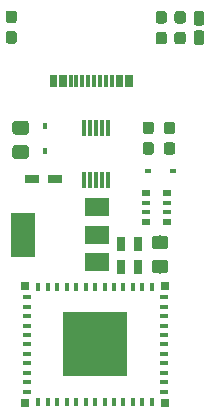
<source format=gbr>
G04 #@! TF.GenerationSoftware,KiCad,Pcbnew,(5.0.0)*
G04 #@! TF.CreationDate,2021-02-11T08:25:18+00:00*
G04 #@! TF.ProjectId,ESP-V,4553502D562E6B696361645F70636200,rev?*
G04 #@! TF.SameCoordinates,Original*
G04 #@! TF.FileFunction,Paste,Top*
G04 #@! TF.FilePolarity,Positive*
%FSLAX46Y46*%
G04 Gerber Fmt 4.6, Leading zero omitted, Abs format (unit mm)*
G04 Created by KiCad (PCBNEW (5.0.0)) date 02/11/21 08:25:18*
%MOMM*%
%LPD*%
G01*
G04 APERTURE LIST*
%ADD10R,0.300000X1.400000*%
%ADD11R,0.300000X1.140000*%
%ADD12R,0.450000X0.600000*%
%ADD13C,0.100000*%
%ADD14C,1.150000*%
%ADD15C,0.850000*%
%ADD16C,0.950000*%
%ADD17R,1.200000X0.750000*%
%ADD18R,0.750000X1.200000*%
%ADD19R,0.600000X0.450000*%
%ADD20R,0.800000X0.500000*%
%ADD21R,0.800000X0.400000*%
%ADD22R,2.000000X3.800000*%
%ADD23R,2.000000X1.500000*%
%ADD24R,0.400000X0.800000*%
%ADD25R,0.700000X0.700000*%
%ADD26R,5.400000X5.400000*%
G04 APERTURE END LIST*
D10*
G04 #@! TO.C,U1*
X103600000Y-91500000D03*
X104100000Y-91500000D03*
X104600000Y-91500000D03*
X105100000Y-91500000D03*
X105600000Y-91500000D03*
X105600000Y-87100000D03*
X105100000Y-87100000D03*
X104600000Y-87100000D03*
X104100000Y-87100000D03*
X103600000Y-87100000D03*
G04 #@! TD*
D11*
G04 #@! TO.C,J1*
X103925000Y-83070000D03*
X104425000Y-83070000D03*
X104925000Y-83070000D03*
X103425000Y-83070000D03*
X105425000Y-83070000D03*
X105925000Y-83070000D03*
X102925000Y-83070000D03*
X102425000Y-83070000D03*
X106675000Y-83070000D03*
X106425000Y-83070000D03*
X107225000Y-83070000D03*
X107525000Y-83070000D03*
X101925000Y-83070000D03*
X101625000Y-83070000D03*
X101125000Y-83070000D03*
X100825000Y-83070000D03*
G04 #@! TD*
D12*
G04 #@! TO.C,D1*
X100300000Y-89000000D03*
X100300000Y-86900000D03*
G04 #@! TD*
D13*
G04 #@! TO.C,L1*
G36*
X98674505Y-88526204D02*
X98698773Y-88529804D01*
X98722572Y-88535765D01*
X98745671Y-88544030D01*
X98767850Y-88554520D01*
X98788893Y-88567132D01*
X98808599Y-88581747D01*
X98826777Y-88598223D01*
X98843253Y-88616401D01*
X98857868Y-88636107D01*
X98870480Y-88657150D01*
X98880970Y-88679329D01*
X98889235Y-88702428D01*
X98895196Y-88726227D01*
X98898796Y-88750495D01*
X98900000Y-88774999D01*
X98900000Y-89425001D01*
X98898796Y-89449505D01*
X98895196Y-89473773D01*
X98889235Y-89497572D01*
X98880970Y-89520671D01*
X98870480Y-89542850D01*
X98857868Y-89563893D01*
X98843253Y-89583599D01*
X98826777Y-89601777D01*
X98808599Y-89618253D01*
X98788893Y-89632868D01*
X98767850Y-89645480D01*
X98745671Y-89655970D01*
X98722572Y-89664235D01*
X98698773Y-89670196D01*
X98674505Y-89673796D01*
X98650001Y-89675000D01*
X97749999Y-89675000D01*
X97725495Y-89673796D01*
X97701227Y-89670196D01*
X97677428Y-89664235D01*
X97654329Y-89655970D01*
X97632150Y-89645480D01*
X97611107Y-89632868D01*
X97591401Y-89618253D01*
X97573223Y-89601777D01*
X97556747Y-89583599D01*
X97542132Y-89563893D01*
X97529520Y-89542850D01*
X97519030Y-89520671D01*
X97510765Y-89497572D01*
X97504804Y-89473773D01*
X97501204Y-89449505D01*
X97500000Y-89425001D01*
X97500000Y-88774999D01*
X97501204Y-88750495D01*
X97504804Y-88726227D01*
X97510765Y-88702428D01*
X97519030Y-88679329D01*
X97529520Y-88657150D01*
X97542132Y-88636107D01*
X97556747Y-88616401D01*
X97573223Y-88598223D01*
X97591401Y-88581747D01*
X97611107Y-88567132D01*
X97632150Y-88554520D01*
X97654329Y-88544030D01*
X97677428Y-88535765D01*
X97701227Y-88529804D01*
X97725495Y-88526204D01*
X97749999Y-88525000D01*
X98650001Y-88525000D01*
X98674505Y-88526204D01*
X98674505Y-88526204D01*
G37*
D14*
X98200000Y-89100000D03*
D13*
G36*
X98674505Y-86476204D02*
X98698773Y-86479804D01*
X98722572Y-86485765D01*
X98745671Y-86494030D01*
X98767850Y-86504520D01*
X98788893Y-86517132D01*
X98808599Y-86531747D01*
X98826777Y-86548223D01*
X98843253Y-86566401D01*
X98857868Y-86586107D01*
X98870480Y-86607150D01*
X98880970Y-86629329D01*
X98889235Y-86652428D01*
X98895196Y-86676227D01*
X98898796Y-86700495D01*
X98900000Y-86724999D01*
X98900000Y-87375001D01*
X98898796Y-87399505D01*
X98895196Y-87423773D01*
X98889235Y-87447572D01*
X98880970Y-87470671D01*
X98870480Y-87492850D01*
X98857868Y-87513893D01*
X98843253Y-87533599D01*
X98826777Y-87551777D01*
X98808599Y-87568253D01*
X98788893Y-87582868D01*
X98767850Y-87595480D01*
X98745671Y-87605970D01*
X98722572Y-87614235D01*
X98698773Y-87620196D01*
X98674505Y-87623796D01*
X98650001Y-87625000D01*
X97749999Y-87625000D01*
X97725495Y-87623796D01*
X97701227Y-87620196D01*
X97677428Y-87614235D01*
X97654329Y-87605970D01*
X97632150Y-87595480D01*
X97611107Y-87582868D01*
X97591401Y-87568253D01*
X97573223Y-87551777D01*
X97556747Y-87533599D01*
X97542132Y-87513893D01*
X97529520Y-87492850D01*
X97519030Y-87470671D01*
X97510765Y-87447572D01*
X97504804Y-87423773D01*
X97501204Y-87399505D01*
X97500000Y-87375001D01*
X97500000Y-86724999D01*
X97501204Y-86700495D01*
X97504804Y-86676227D01*
X97510765Y-86652428D01*
X97519030Y-86629329D01*
X97529520Y-86607150D01*
X97542132Y-86586107D01*
X97556747Y-86566401D01*
X97573223Y-86548223D01*
X97591401Y-86531747D01*
X97611107Y-86517132D01*
X97632150Y-86504520D01*
X97654329Y-86494030D01*
X97677428Y-86485765D01*
X97701227Y-86479804D01*
X97725495Y-86476204D01*
X97749999Y-86475000D01*
X98650001Y-86475000D01*
X98674505Y-86476204D01*
X98674505Y-86476204D01*
G37*
D14*
X98200000Y-87050000D03*
G04 #@! TD*
D13*
G04 #@! TO.C,D2*
G36*
X113533329Y-77176023D02*
X113553957Y-77179083D01*
X113574185Y-77184150D01*
X113593820Y-77191176D01*
X113612672Y-77200092D01*
X113630559Y-77210813D01*
X113647309Y-77223235D01*
X113662760Y-77237240D01*
X113676765Y-77252691D01*
X113689187Y-77269441D01*
X113699908Y-77287328D01*
X113708824Y-77306180D01*
X113715850Y-77325815D01*
X113720917Y-77346043D01*
X113723977Y-77366671D01*
X113725000Y-77387500D01*
X113725000Y-78187500D01*
X113723977Y-78208329D01*
X113720917Y-78228957D01*
X113715850Y-78249185D01*
X113708824Y-78268820D01*
X113699908Y-78287672D01*
X113689187Y-78305559D01*
X113676765Y-78322309D01*
X113662760Y-78337760D01*
X113647309Y-78351765D01*
X113630559Y-78364187D01*
X113612672Y-78374908D01*
X113593820Y-78383824D01*
X113574185Y-78390850D01*
X113553957Y-78395917D01*
X113533329Y-78398977D01*
X113512500Y-78400000D01*
X113087500Y-78400000D01*
X113066671Y-78398977D01*
X113046043Y-78395917D01*
X113025815Y-78390850D01*
X113006180Y-78383824D01*
X112987328Y-78374908D01*
X112969441Y-78364187D01*
X112952691Y-78351765D01*
X112937240Y-78337760D01*
X112923235Y-78322309D01*
X112910813Y-78305559D01*
X112900092Y-78287672D01*
X112891176Y-78268820D01*
X112884150Y-78249185D01*
X112879083Y-78228957D01*
X112876023Y-78208329D01*
X112875000Y-78187500D01*
X112875000Y-77387500D01*
X112876023Y-77366671D01*
X112879083Y-77346043D01*
X112884150Y-77325815D01*
X112891176Y-77306180D01*
X112900092Y-77287328D01*
X112910813Y-77269441D01*
X112923235Y-77252691D01*
X112937240Y-77237240D01*
X112952691Y-77223235D01*
X112969441Y-77210813D01*
X112987328Y-77200092D01*
X113006180Y-77191176D01*
X113025815Y-77184150D01*
X113046043Y-77179083D01*
X113066671Y-77176023D01*
X113087500Y-77175000D01*
X113512500Y-77175000D01*
X113533329Y-77176023D01*
X113533329Y-77176023D01*
G37*
D15*
X113300000Y-77787500D03*
D13*
G36*
X113533329Y-78801023D02*
X113553957Y-78804083D01*
X113574185Y-78809150D01*
X113593820Y-78816176D01*
X113612672Y-78825092D01*
X113630559Y-78835813D01*
X113647309Y-78848235D01*
X113662760Y-78862240D01*
X113676765Y-78877691D01*
X113689187Y-78894441D01*
X113699908Y-78912328D01*
X113708824Y-78931180D01*
X113715850Y-78950815D01*
X113720917Y-78971043D01*
X113723977Y-78991671D01*
X113725000Y-79012500D01*
X113725000Y-79812500D01*
X113723977Y-79833329D01*
X113720917Y-79853957D01*
X113715850Y-79874185D01*
X113708824Y-79893820D01*
X113699908Y-79912672D01*
X113689187Y-79930559D01*
X113676765Y-79947309D01*
X113662760Y-79962760D01*
X113647309Y-79976765D01*
X113630559Y-79989187D01*
X113612672Y-79999908D01*
X113593820Y-80008824D01*
X113574185Y-80015850D01*
X113553957Y-80020917D01*
X113533329Y-80023977D01*
X113512500Y-80025000D01*
X113087500Y-80025000D01*
X113066671Y-80023977D01*
X113046043Y-80020917D01*
X113025815Y-80015850D01*
X113006180Y-80008824D01*
X112987328Y-79999908D01*
X112969441Y-79989187D01*
X112952691Y-79976765D01*
X112937240Y-79962760D01*
X112923235Y-79947309D01*
X112910813Y-79930559D01*
X112900092Y-79912672D01*
X112891176Y-79893820D01*
X112884150Y-79874185D01*
X112879083Y-79853957D01*
X112876023Y-79833329D01*
X112875000Y-79812500D01*
X112875000Y-79012500D01*
X112876023Y-78991671D01*
X112879083Y-78971043D01*
X112884150Y-78950815D01*
X112891176Y-78931180D01*
X112900092Y-78912328D01*
X112910813Y-78894441D01*
X112923235Y-78877691D01*
X112937240Y-78862240D01*
X112952691Y-78848235D01*
X112969441Y-78835813D01*
X112987328Y-78825092D01*
X113006180Y-78816176D01*
X113025815Y-78809150D01*
X113046043Y-78804083D01*
X113066671Y-78801023D01*
X113087500Y-78800000D01*
X113512500Y-78800000D01*
X113533329Y-78801023D01*
X113533329Y-78801023D01*
G37*
D15*
X113300000Y-79412500D03*
G04 #@! TD*
D13*
G04 #@! TO.C,C26*
G36*
X111060779Y-88276144D02*
X111083834Y-88279563D01*
X111106443Y-88285227D01*
X111128387Y-88293079D01*
X111149457Y-88303044D01*
X111169448Y-88315026D01*
X111188168Y-88328910D01*
X111205438Y-88344562D01*
X111221090Y-88361832D01*
X111234974Y-88380552D01*
X111246956Y-88400543D01*
X111256921Y-88421613D01*
X111264773Y-88443557D01*
X111270437Y-88466166D01*
X111273856Y-88489221D01*
X111275000Y-88512500D01*
X111275000Y-89087500D01*
X111273856Y-89110779D01*
X111270437Y-89133834D01*
X111264773Y-89156443D01*
X111256921Y-89178387D01*
X111246956Y-89199457D01*
X111234974Y-89219448D01*
X111221090Y-89238168D01*
X111205438Y-89255438D01*
X111188168Y-89271090D01*
X111169448Y-89284974D01*
X111149457Y-89296956D01*
X111128387Y-89306921D01*
X111106443Y-89314773D01*
X111083834Y-89320437D01*
X111060779Y-89323856D01*
X111037500Y-89325000D01*
X110562500Y-89325000D01*
X110539221Y-89323856D01*
X110516166Y-89320437D01*
X110493557Y-89314773D01*
X110471613Y-89306921D01*
X110450543Y-89296956D01*
X110430552Y-89284974D01*
X110411832Y-89271090D01*
X110394562Y-89255438D01*
X110378910Y-89238168D01*
X110365026Y-89219448D01*
X110353044Y-89199457D01*
X110343079Y-89178387D01*
X110335227Y-89156443D01*
X110329563Y-89133834D01*
X110326144Y-89110779D01*
X110325000Y-89087500D01*
X110325000Y-88512500D01*
X110326144Y-88489221D01*
X110329563Y-88466166D01*
X110335227Y-88443557D01*
X110343079Y-88421613D01*
X110353044Y-88400543D01*
X110365026Y-88380552D01*
X110378910Y-88361832D01*
X110394562Y-88344562D01*
X110411832Y-88328910D01*
X110430552Y-88315026D01*
X110450543Y-88303044D01*
X110471613Y-88293079D01*
X110493557Y-88285227D01*
X110516166Y-88279563D01*
X110539221Y-88276144D01*
X110562500Y-88275000D01*
X111037500Y-88275000D01*
X111060779Y-88276144D01*
X111060779Y-88276144D01*
G37*
D16*
X110800000Y-88800000D03*
D13*
G36*
X111060779Y-86526144D02*
X111083834Y-86529563D01*
X111106443Y-86535227D01*
X111128387Y-86543079D01*
X111149457Y-86553044D01*
X111169448Y-86565026D01*
X111188168Y-86578910D01*
X111205438Y-86594562D01*
X111221090Y-86611832D01*
X111234974Y-86630552D01*
X111246956Y-86650543D01*
X111256921Y-86671613D01*
X111264773Y-86693557D01*
X111270437Y-86716166D01*
X111273856Y-86739221D01*
X111275000Y-86762500D01*
X111275000Y-87337500D01*
X111273856Y-87360779D01*
X111270437Y-87383834D01*
X111264773Y-87406443D01*
X111256921Y-87428387D01*
X111246956Y-87449457D01*
X111234974Y-87469448D01*
X111221090Y-87488168D01*
X111205438Y-87505438D01*
X111188168Y-87521090D01*
X111169448Y-87534974D01*
X111149457Y-87546956D01*
X111128387Y-87556921D01*
X111106443Y-87564773D01*
X111083834Y-87570437D01*
X111060779Y-87573856D01*
X111037500Y-87575000D01*
X110562500Y-87575000D01*
X110539221Y-87573856D01*
X110516166Y-87570437D01*
X110493557Y-87564773D01*
X110471613Y-87556921D01*
X110450543Y-87546956D01*
X110430552Y-87534974D01*
X110411832Y-87521090D01*
X110394562Y-87505438D01*
X110378910Y-87488168D01*
X110365026Y-87469448D01*
X110353044Y-87449457D01*
X110343079Y-87428387D01*
X110335227Y-87406443D01*
X110329563Y-87383834D01*
X110326144Y-87360779D01*
X110325000Y-87337500D01*
X110325000Y-86762500D01*
X110326144Y-86739221D01*
X110329563Y-86716166D01*
X110335227Y-86693557D01*
X110343079Y-86671613D01*
X110353044Y-86650543D01*
X110365026Y-86630552D01*
X110378910Y-86611832D01*
X110394562Y-86594562D01*
X110411832Y-86578910D01*
X110430552Y-86565026D01*
X110450543Y-86553044D01*
X110471613Y-86543079D01*
X110493557Y-86535227D01*
X110516166Y-86529563D01*
X110539221Y-86526144D01*
X110562500Y-86525000D01*
X111037500Y-86525000D01*
X111060779Y-86526144D01*
X111060779Y-86526144D01*
G37*
D16*
X110800000Y-87050000D03*
G04 #@! TD*
D13*
G04 #@! TO.C,C25*
G36*
X109260779Y-86526144D02*
X109283834Y-86529563D01*
X109306443Y-86535227D01*
X109328387Y-86543079D01*
X109349457Y-86553044D01*
X109369448Y-86565026D01*
X109388168Y-86578910D01*
X109405438Y-86594562D01*
X109421090Y-86611832D01*
X109434974Y-86630552D01*
X109446956Y-86650543D01*
X109456921Y-86671613D01*
X109464773Y-86693557D01*
X109470437Y-86716166D01*
X109473856Y-86739221D01*
X109475000Y-86762500D01*
X109475000Y-87337500D01*
X109473856Y-87360779D01*
X109470437Y-87383834D01*
X109464773Y-87406443D01*
X109456921Y-87428387D01*
X109446956Y-87449457D01*
X109434974Y-87469448D01*
X109421090Y-87488168D01*
X109405438Y-87505438D01*
X109388168Y-87521090D01*
X109369448Y-87534974D01*
X109349457Y-87546956D01*
X109328387Y-87556921D01*
X109306443Y-87564773D01*
X109283834Y-87570437D01*
X109260779Y-87573856D01*
X109237500Y-87575000D01*
X108762500Y-87575000D01*
X108739221Y-87573856D01*
X108716166Y-87570437D01*
X108693557Y-87564773D01*
X108671613Y-87556921D01*
X108650543Y-87546956D01*
X108630552Y-87534974D01*
X108611832Y-87521090D01*
X108594562Y-87505438D01*
X108578910Y-87488168D01*
X108565026Y-87469448D01*
X108553044Y-87449457D01*
X108543079Y-87428387D01*
X108535227Y-87406443D01*
X108529563Y-87383834D01*
X108526144Y-87360779D01*
X108525000Y-87337500D01*
X108525000Y-86762500D01*
X108526144Y-86739221D01*
X108529563Y-86716166D01*
X108535227Y-86693557D01*
X108543079Y-86671613D01*
X108553044Y-86650543D01*
X108565026Y-86630552D01*
X108578910Y-86611832D01*
X108594562Y-86594562D01*
X108611832Y-86578910D01*
X108630552Y-86565026D01*
X108650543Y-86553044D01*
X108671613Y-86543079D01*
X108693557Y-86535227D01*
X108716166Y-86529563D01*
X108739221Y-86526144D01*
X108762500Y-86525000D01*
X109237500Y-86525000D01*
X109260779Y-86526144D01*
X109260779Y-86526144D01*
G37*
D16*
X109000000Y-87050000D03*
D13*
G36*
X109260779Y-88276144D02*
X109283834Y-88279563D01*
X109306443Y-88285227D01*
X109328387Y-88293079D01*
X109349457Y-88303044D01*
X109369448Y-88315026D01*
X109388168Y-88328910D01*
X109405438Y-88344562D01*
X109421090Y-88361832D01*
X109434974Y-88380552D01*
X109446956Y-88400543D01*
X109456921Y-88421613D01*
X109464773Y-88443557D01*
X109470437Y-88466166D01*
X109473856Y-88489221D01*
X109475000Y-88512500D01*
X109475000Y-89087500D01*
X109473856Y-89110779D01*
X109470437Y-89133834D01*
X109464773Y-89156443D01*
X109456921Y-89178387D01*
X109446956Y-89199457D01*
X109434974Y-89219448D01*
X109421090Y-89238168D01*
X109405438Y-89255438D01*
X109388168Y-89271090D01*
X109369448Y-89284974D01*
X109349457Y-89296956D01*
X109328387Y-89306921D01*
X109306443Y-89314773D01*
X109283834Y-89320437D01*
X109260779Y-89323856D01*
X109237500Y-89325000D01*
X108762500Y-89325000D01*
X108739221Y-89323856D01*
X108716166Y-89320437D01*
X108693557Y-89314773D01*
X108671613Y-89306921D01*
X108650543Y-89296956D01*
X108630552Y-89284974D01*
X108611832Y-89271090D01*
X108594562Y-89255438D01*
X108578910Y-89238168D01*
X108565026Y-89219448D01*
X108553044Y-89199457D01*
X108543079Y-89178387D01*
X108535227Y-89156443D01*
X108529563Y-89133834D01*
X108526144Y-89110779D01*
X108525000Y-89087500D01*
X108525000Y-88512500D01*
X108526144Y-88489221D01*
X108529563Y-88466166D01*
X108535227Y-88443557D01*
X108543079Y-88421613D01*
X108553044Y-88400543D01*
X108565026Y-88380552D01*
X108578910Y-88361832D01*
X108594562Y-88344562D01*
X108611832Y-88328910D01*
X108630552Y-88315026D01*
X108650543Y-88303044D01*
X108671613Y-88293079D01*
X108693557Y-88285227D01*
X108716166Y-88279563D01*
X108739221Y-88276144D01*
X108762500Y-88275000D01*
X109237500Y-88275000D01*
X109260779Y-88276144D01*
X109260779Y-88276144D01*
G37*
D16*
X109000000Y-88800000D03*
G04 #@! TD*
D17*
G04 #@! TO.C,C4*
X99200000Y-91400000D03*
X101100000Y-91400000D03*
G04 #@! TD*
D18*
G04 #@! TO.C,C7*
X108100000Y-96900000D03*
X108100000Y-98800000D03*
G04 #@! TD*
G04 #@! TO.C,C23*
X106700000Y-96900000D03*
X106700000Y-98800000D03*
G04 #@! TD*
D19*
G04 #@! TO.C,D4*
X111100000Y-90700000D03*
X109000000Y-90700000D03*
G04 #@! TD*
D13*
G04 #@! TO.C,R1*
G36*
X97660779Y-78876144D02*
X97683834Y-78879563D01*
X97706443Y-78885227D01*
X97728387Y-78893079D01*
X97749457Y-78903044D01*
X97769448Y-78915026D01*
X97788168Y-78928910D01*
X97805438Y-78944562D01*
X97821090Y-78961832D01*
X97834974Y-78980552D01*
X97846956Y-79000543D01*
X97856921Y-79021613D01*
X97864773Y-79043557D01*
X97870437Y-79066166D01*
X97873856Y-79089221D01*
X97875000Y-79112500D01*
X97875000Y-79687500D01*
X97873856Y-79710779D01*
X97870437Y-79733834D01*
X97864773Y-79756443D01*
X97856921Y-79778387D01*
X97846956Y-79799457D01*
X97834974Y-79819448D01*
X97821090Y-79838168D01*
X97805438Y-79855438D01*
X97788168Y-79871090D01*
X97769448Y-79884974D01*
X97749457Y-79896956D01*
X97728387Y-79906921D01*
X97706443Y-79914773D01*
X97683834Y-79920437D01*
X97660779Y-79923856D01*
X97637500Y-79925000D01*
X97162500Y-79925000D01*
X97139221Y-79923856D01*
X97116166Y-79920437D01*
X97093557Y-79914773D01*
X97071613Y-79906921D01*
X97050543Y-79896956D01*
X97030552Y-79884974D01*
X97011832Y-79871090D01*
X96994562Y-79855438D01*
X96978910Y-79838168D01*
X96965026Y-79819448D01*
X96953044Y-79799457D01*
X96943079Y-79778387D01*
X96935227Y-79756443D01*
X96929563Y-79733834D01*
X96926144Y-79710779D01*
X96925000Y-79687500D01*
X96925000Y-79112500D01*
X96926144Y-79089221D01*
X96929563Y-79066166D01*
X96935227Y-79043557D01*
X96943079Y-79021613D01*
X96953044Y-79000543D01*
X96965026Y-78980552D01*
X96978910Y-78961832D01*
X96994562Y-78944562D01*
X97011832Y-78928910D01*
X97030552Y-78915026D01*
X97050543Y-78903044D01*
X97071613Y-78893079D01*
X97093557Y-78885227D01*
X97116166Y-78879563D01*
X97139221Y-78876144D01*
X97162500Y-78875000D01*
X97637500Y-78875000D01*
X97660779Y-78876144D01*
X97660779Y-78876144D01*
G37*
D16*
X97400000Y-79400000D03*
D13*
G36*
X97660779Y-77126144D02*
X97683834Y-77129563D01*
X97706443Y-77135227D01*
X97728387Y-77143079D01*
X97749457Y-77153044D01*
X97769448Y-77165026D01*
X97788168Y-77178910D01*
X97805438Y-77194562D01*
X97821090Y-77211832D01*
X97834974Y-77230552D01*
X97846956Y-77250543D01*
X97856921Y-77271613D01*
X97864773Y-77293557D01*
X97870437Y-77316166D01*
X97873856Y-77339221D01*
X97875000Y-77362500D01*
X97875000Y-77937500D01*
X97873856Y-77960779D01*
X97870437Y-77983834D01*
X97864773Y-78006443D01*
X97856921Y-78028387D01*
X97846956Y-78049457D01*
X97834974Y-78069448D01*
X97821090Y-78088168D01*
X97805438Y-78105438D01*
X97788168Y-78121090D01*
X97769448Y-78134974D01*
X97749457Y-78146956D01*
X97728387Y-78156921D01*
X97706443Y-78164773D01*
X97683834Y-78170437D01*
X97660779Y-78173856D01*
X97637500Y-78175000D01*
X97162500Y-78175000D01*
X97139221Y-78173856D01*
X97116166Y-78170437D01*
X97093557Y-78164773D01*
X97071613Y-78156921D01*
X97050543Y-78146956D01*
X97030552Y-78134974D01*
X97011832Y-78121090D01*
X96994562Y-78105438D01*
X96978910Y-78088168D01*
X96965026Y-78069448D01*
X96953044Y-78049457D01*
X96943079Y-78028387D01*
X96935227Y-78006443D01*
X96929563Y-77983834D01*
X96926144Y-77960779D01*
X96925000Y-77937500D01*
X96925000Y-77362500D01*
X96926144Y-77339221D01*
X96929563Y-77316166D01*
X96935227Y-77293557D01*
X96943079Y-77271613D01*
X96953044Y-77250543D01*
X96965026Y-77230552D01*
X96978910Y-77211832D01*
X96994562Y-77194562D01*
X97011832Y-77178910D01*
X97030552Y-77165026D01*
X97050543Y-77153044D01*
X97071613Y-77143079D01*
X97093557Y-77135227D01*
X97116166Y-77129563D01*
X97139221Y-77126144D01*
X97162500Y-77125000D01*
X97637500Y-77125000D01*
X97660779Y-77126144D01*
X97660779Y-77126144D01*
G37*
D16*
X97400000Y-77650000D03*
G04 #@! TD*
D13*
G04 #@! TO.C,R2*
G36*
X110360779Y-77176144D02*
X110383834Y-77179563D01*
X110406443Y-77185227D01*
X110428387Y-77193079D01*
X110449457Y-77203044D01*
X110469448Y-77215026D01*
X110488168Y-77228910D01*
X110505438Y-77244562D01*
X110521090Y-77261832D01*
X110534974Y-77280552D01*
X110546956Y-77300543D01*
X110556921Y-77321613D01*
X110564773Y-77343557D01*
X110570437Y-77366166D01*
X110573856Y-77389221D01*
X110575000Y-77412500D01*
X110575000Y-77987500D01*
X110573856Y-78010779D01*
X110570437Y-78033834D01*
X110564773Y-78056443D01*
X110556921Y-78078387D01*
X110546956Y-78099457D01*
X110534974Y-78119448D01*
X110521090Y-78138168D01*
X110505438Y-78155438D01*
X110488168Y-78171090D01*
X110469448Y-78184974D01*
X110449457Y-78196956D01*
X110428387Y-78206921D01*
X110406443Y-78214773D01*
X110383834Y-78220437D01*
X110360779Y-78223856D01*
X110337500Y-78225000D01*
X109862500Y-78225000D01*
X109839221Y-78223856D01*
X109816166Y-78220437D01*
X109793557Y-78214773D01*
X109771613Y-78206921D01*
X109750543Y-78196956D01*
X109730552Y-78184974D01*
X109711832Y-78171090D01*
X109694562Y-78155438D01*
X109678910Y-78138168D01*
X109665026Y-78119448D01*
X109653044Y-78099457D01*
X109643079Y-78078387D01*
X109635227Y-78056443D01*
X109629563Y-78033834D01*
X109626144Y-78010779D01*
X109625000Y-77987500D01*
X109625000Y-77412500D01*
X109626144Y-77389221D01*
X109629563Y-77366166D01*
X109635227Y-77343557D01*
X109643079Y-77321613D01*
X109653044Y-77300543D01*
X109665026Y-77280552D01*
X109678910Y-77261832D01*
X109694562Y-77244562D01*
X109711832Y-77228910D01*
X109730552Y-77215026D01*
X109750543Y-77203044D01*
X109771613Y-77193079D01*
X109793557Y-77185227D01*
X109816166Y-77179563D01*
X109839221Y-77176144D01*
X109862500Y-77175000D01*
X110337500Y-77175000D01*
X110360779Y-77176144D01*
X110360779Y-77176144D01*
G37*
D16*
X110100000Y-77700000D03*
D13*
G36*
X110360779Y-78926144D02*
X110383834Y-78929563D01*
X110406443Y-78935227D01*
X110428387Y-78943079D01*
X110449457Y-78953044D01*
X110469448Y-78965026D01*
X110488168Y-78978910D01*
X110505438Y-78994562D01*
X110521090Y-79011832D01*
X110534974Y-79030552D01*
X110546956Y-79050543D01*
X110556921Y-79071613D01*
X110564773Y-79093557D01*
X110570437Y-79116166D01*
X110573856Y-79139221D01*
X110575000Y-79162500D01*
X110575000Y-79737500D01*
X110573856Y-79760779D01*
X110570437Y-79783834D01*
X110564773Y-79806443D01*
X110556921Y-79828387D01*
X110546956Y-79849457D01*
X110534974Y-79869448D01*
X110521090Y-79888168D01*
X110505438Y-79905438D01*
X110488168Y-79921090D01*
X110469448Y-79934974D01*
X110449457Y-79946956D01*
X110428387Y-79956921D01*
X110406443Y-79964773D01*
X110383834Y-79970437D01*
X110360779Y-79973856D01*
X110337500Y-79975000D01*
X109862500Y-79975000D01*
X109839221Y-79973856D01*
X109816166Y-79970437D01*
X109793557Y-79964773D01*
X109771613Y-79956921D01*
X109750543Y-79946956D01*
X109730552Y-79934974D01*
X109711832Y-79921090D01*
X109694562Y-79905438D01*
X109678910Y-79888168D01*
X109665026Y-79869448D01*
X109653044Y-79849457D01*
X109643079Y-79828387D01*
X109635227Y-79806443D01*
X109629563Y-79783834D01*
X109626144Y-79760779D01*
X109625000Y-79737500D01*
X109625000Y-79162500D01*
X109626144Y-79139221D01*
X109629563Y-79116166D01*
X109635227Y-79093557D01*
X109643079Y-79071613D01*
X109653044Y-79050543D01*
X109665026Y-79030552D01*
X109678910Y-79011832D01*
X109694562Y-78994562D01*
X109711832Y-78978910D01*
X109730552Y-78965026D01*
X109750543Y-78953044D01*
X109771613Y-78943079D01*
X109793557Y-78935227D01*
X109816166Y-78929563D01*
X109839221Y-78926144D01*
X109862500Y-78925000D01*
X110337500Y-78925000D01*
X110360779Y-78926144D01*
X110360779Y-78926144D01*
G37*
D16*
X110100000Y-79450000D03*
G04 #@! TD*
D20*
G04 #@! TO.C,RN1*
X108800000Y-92600000D03*
D21*
X108800000Y-94200000D03*
X108800000Y-93400000D03*
D20*
X108800000Y-95000000D03*
D21*
X110600000Y-93400000D03*
D20*
X110600000Y-92600000D03*
D21*
X110600000Y-94200000D03*
D20*
X110600000Y-95000000D03*
G04 #@! TD*
D13*
G04 #@! TO.C,C20*
G36*
X110474505Y-96176204D02*
X110498773Y-96179804D01*
X110522572Y-96185765D01*
X110545671Y-96194030D01*
X110567850Y-96204520D01*
X110588893Y-96217132D01*
X110608599Y-96231747D01*
X110626777Y-96248223D01*
X110643253Y-96266401D01*
X110657868Y-96286107D01*
X110670480Y-96307150D01*
X110680970Y-96329329D01*
X110689235Y-96352428D01*
X110695196Y-96376227D01*
X110698796Y-96400495D01*
X110700000Y-96424999D01*
X110700000Y-97075001D01*
X110698796Y-97099505D01*
X110695196Y-97123773D01*
X110689235Y-97147572D01*
X110680970Y-97170671D01*
X110670480Y-97192850D01*
X110657868Y-97213893D01*
X110643253Y-97233599D01*
X110626777Y-97251777D01*
X110608599Y-97268253D01*
X110588893Y-97282868D01*
X110567850Y-97295480D01*
X110545671Y-97305970D01*
X110522572Y-97314235D01*
X110498773Y-97320196D01*
X110474505Y-97323796D01*
X110450001Y-97325000D01*
X109549999Y-97325000D01*
X109525495Y-97323796D01*
X109501227Y-97320196D01*
X109477428Y-97314235D01*
X109454329Y-97305970D01*
X109432150Y-97295480D01*
X109411107Y-97282868D01*
X109391401Y-97268253D01*
X109373223Y-97251777D01*
X109356747Y-97233599D01*
X109342132Y-97213893D01*
X109329520Y-97192850D01*
X109319030Y-97170671D01*
X109310765Y-97147572D01*
X109304804Y-97123773D01*
X109301204Y-97099505D01*
X109300000Y-97075001D01*
X109300000Y-96424999D01*
X109301204Y-96400495D01*
X109304804Y-96376227D01*
X109310765Y-96352428D01*
X109319030Y-96329329D01*
X109329520Y-96307150D01*
X109342132Y-96286107D01*
X109356747Y-96266401D01*
X109373223Y-96248223D01*
X109391401Y-96231747D01*
X109411107Y-96217132D01*
X109432150Y-96204520D01*
X109454329Y-96194030D01*
X109477428Y-96185765D01*
X109501227Y-96179804D01*
X109525495Y-96176204D01*
X109549999Y-96175000D01*
X110450001Y-96175000D01*
X110474505Y-96176204D01*
X110474505Y-96176204D01*
G37*
D14*
X110000000Y-96750000D03*
D13*
G36*
X110474505Y-98226204D02*
X110498773Y-98229804D01*
X110522572Y-98235765D01*
X110545671Y-98244030D01*
X110567850Y-98254520D01*
X110588893Y-98267132D01*
X110608599Y-98281747D01*
X110626777Y-98298223D01*
X110643253Y-98316401D01*
X110657868Y-98336107D01*
X110670480Y-98357150D01*
X110680970Y-98379329D01*
X110689235Y-98402428D01*
X110695196Y-98426227D01*
X110698796Y-98450495D01*
X110700000Y-98474999D01*
X110700000Y-99125001D01*
X110698796Y-99149505D01*
X110695196Y-99173773D01*
X110689235Y-99197572D01*
X110680970Y-99220671D01*
X110670480Y-99242850D01*
X110657868Y-99263893D01*
X110643253Y-99283599D01*
X110626777Y-99301777D01*
X110608599Y-99318253D01*
X110588893Y-99332868D01*
X110567850Y-99345480D01*
X110545671Y-99355970D01*
X110522572Y-99364235D01*
X110498773Y-99370196D01*
X110474505Y-99373796D01*
X110450001Y-99375000D01*
X109549999Y-99375000D01*
X109525495Y-99373796D01*
X109501227Y-99370196D01*
X109477428Y-99364235D01*
X109454329Y-99355970D01*
X109432150Y-99345480D01*
X109411107Y-99332868D01*
X109391401Y-99318253D01*
X109373223Y-99301777D01*
X109356747Y-99283599D01*
X109342132Y-99263893D01*
X109329520Y-99242850D01*
X109319030Y-99220671D01*
X109310765Y-99197572D01*
X109304804Y-99173773D01*
X109301204Y-99149505D01*
X109300000Y-99125001D01*
X109300000Y-98474999D01*
X109301204Y-98450495D01*
X109304804Y-98426227D01*
X109310765Y-98402428D01*
X109319030Y-98379329D01*
X109329520Y-98357150D01*
X109342132Y-98336107D01*
X109356747Y-98316401D01*
X109373223Y-98298223D01*
X109391401Y-98281747D01*
X109411107Y-98267132D01*
X109432150Y-98254520D01*
X109454329Y-98244030D01*
X109477428Y-98235765D01*
X109501227Y-98229804D01*
X109525495Y-98226204D01*
X109549999Y-98225000D01*
X110450001Y-98225000D01*
X110474505Y-98226204D01*
X110474505Y-98226204D01*
G37*
D14*
X110000000Y-98800000D03*
G04 #@! TD*
D13*
G04 #@! TO.C,R3*
G36*
X111960779Y-78926144D02*
X111983834Y-78929563D01*
X112006443Y-78935227D01*
X112028387Y-78943079D01*
X112049457Y-78953044D01*
X112069448Y-78965026D01*
X112088168Y-78978910D01*
X112105438Y-78994562D01*
X112121090Y-79011832D01*
X112134974Y-79030552D01*
X112146956Y-79050543D01*
X112156921Y-79071613D01*
X112164773Y-79093557D01*
X112170437Y-79116166D01*
X112173856Y-79139221D01*
X112175000Y-79162500D01*
X112175000Y-79737500D01*
X112173856Y-79760779D01*
X112170437Y-79783834D01*
X112164773Y-79806443D01*
X112156921Y-79828387D01*
X112146956Y-79849457D01*
X112134974Y-79869448D01*
X112121090Y-79888168D01*
X112105438Y-79905438D01*
X112088168Y-79921090D01*
X112069448Y-79934974D01*
X112049457Y-79946956D01*
X112028387Y-79956921D01*
X112006443Y-79964773D01*
X111983834Y-79970437D01*
X111960779Y-79973856D01*
X111937500Y-79975000D01*
X111462500Y-79975000D01*
X111439221Y-79973856D01*
X111416166Y-79970437D01*
X111393557Y-79964773D01*
X111371613Y-79956921D01*
X111350543Y-79946956D01*
X111330552Y-79934974D01*
X111311832Y-79921090D01*
X111294562Y-79905438D01*
X111278910Y-79888168D01*
X111265026Y-79869448D01*
X111253044Y-79849457D01*
X111243079Y-79828387D01*
X111235227Y-79806443D01*
X111229563Y-79783834D01*
X111226144Y-79760779D01*
X111225000Y-79737500D01*
X111225000Y-79162500D01*
X111226144Y-79139221D01*
X111229563Y-79116166D01*
X111235227Y-79093557D01*
X111243079Y-79071613D01*
X111253044Y-79050543D01*
X111265026Y-79030552D01*
X111278910Y-79011832D01*
X111294562Y-78994562D01*
X111311832Y-78978910D01*
X111330552Y-78965026D01*
X111350543Y-78953044D01*
X111371613Y-78943079D01*
X111393557Y-78935227D01*
X111416166Y-78929563D01*
X111439221Y-78926144D01*
X111462500Y-78925000D01*
X111937500Y-78925000D01*
X111960779Y-78926144D01*
X111960779Y-78926144D01*
G37*
D16*
X111700000Y-79450000D03*
D13*
G36*
X111960779Y-77176144D02*
X111983834Y-77179563D01*
X112006443Y-77185227D01*
X112028387Y-77193079D01*
X112049457Y-77203044D01*
X112069448Y-77215026D01*
X112088168Y-77228910D01*
X112105438Y-77244562D01*
X112121090Y-77261832D01*
X112134974Y-77280552D01*
X112146956Y-77300543D01*
X112156921Y-77321613D01*
X112164773Y-77343557D01*
X112170437Y-77366166D01*
X112173856Y-77389221D01*
X112175000Y-77412500D01*
X112175000Y-77987500D01*
X112173856Y-78010779D01*
X112170437Y-78033834D01*
X112164773Y-78056443D01*
X112156921Y-78078387D01*
X112146956Y-78099457D01*
X112134974Y-78119448D01*
X112121090Y-78138168D01*
X112105438Y-78155438D01*
X112088168Y-78171090D01*
X112069448Y-78184974D01*
X112049457Y-78196956D01*
X112028387Y-78206921D01*
X112006443Y-78214773D01*
X111983834Y-78220437D01*
X111960779Y-78223856D01*
X111937500Y-78225000D01*
X111462500Y-78225000D01*
X111439221Y-78223856D01*
X111416166Y-78220437D01*
X111393557Y-78214773D01*
X111371613Y-78206921D01*
X111350543Y-78196956D01*
X111330552Y-78184974D01*
X111311832Y-78171090D01*
X111294562Y-78155438D01*
X111278910Y-78138168D01*
X111265026Y-78119448D01*
X111253044Y-78099457D01*
X111243079Y-78078387D01*
X111235227Y-78056443D01*
X111229563Y-78033834D01*
X111226144Y-78010779D01*
X111225000Y-77987500D01*
X111225000Y-77412500D01*
X111226144Y-77389221D01*
X111229563Y-77366166D01*
X111235227Y-77343557D01*
X111243079Y-77321613D01*
X111253044Y-77300543D01*
X111265026Y-77280552D01*
X111278910Y-77261832D01*
X111294562Y-77244562D01*
X111311832Y-77228910D01*
X111330552Y-77215026D01*
X111350543Y-77203044D01*
X111371613Y-77193079D01*
X111393557Y-77185227D01*
X111416166Y-77179563D01*
X111439221Y-77176144D01*
X111462500Y-77175000D01*
X111937500Y-77175000D01*
X111960779Y-77176144D01*
X111960779Y-77176144D01*
G37*
D16*
X111700000Y-77700000D03*
G04 #@! TD*
D22*
G04 #@! TO.C,U2*
X98400000Y-96100000D03*
D23*
X104700000Y-96100000D03*
X104700000Y-93800000D03*
X104700000Y-98400000D03*
G04 #@! TD*
D24*
G04 #@! TO.C,U3*
X104500000Y-110300000D03*
X105300000Y-110300000D03*
X106100000Y-110300000D03*
X106900000Y-110300000D03*
X107700000Y-110300000D03*
X108500000Y-110300000D03*
X109300000Y-110300000D03*
X103700000Y-110300000D03*
X102900000Y-110300000D03*
X102100000Y-110300000D03*
X101300000Y-110300000D03*
X100500000Y-110300000D03*
X99700000Y-110300000D03*
D25*
X98600000Y-110350000D03*
X110400000Y-110350000D03*
X98600000Y-100450000D03*
X110400000Y-100450000D03*
D21*
X110300000Y-103800000D03*
X110300000Y-103000000D03*
X110300000Y-106200000D03*
X110300000Y-107000000D03*
X110300000Y-107800000D03*
X110300000Y-108600000D03*
X110300000Y-109400000D03*
X110300000Y-105400000D03*
X110300000Y-104600000D03*
D24*
X106900000Y-100500000D03*
X107700000Y-100500000D03*
X102900000Y-100500000D03*
X103700000Y-100500000D03*
X100500000Y-100500000D03*
X108500000Y-100500000D03*
X101300000Y-100500000D03*
X99700000Y-100500000D03*
X102100000Y-100500000D03*
X109300000Y-100500000D03*
X104500000Y-100500000D03*
X105300000Y-100500000D03*
X106100000Y-100500000D03*
D26*
X104500000Y-105400000D03*
D21*
X110300000Y-102200000D03*
X110300000Y-101400000D03*
X98700000Y-101400000D03*
X98700000Y-107800000D03*
X98700000Y-102200000D03*
X98700000Y-103800000D03*
X98700000Y-107000000D03*
X98700000Y-109400000D03*
X98700000Y-105400000D03*
X98700000Y-103000000D03*
X98700000Y-106200000D03*
X98700000Y-104600000D03*
X98700000Y-108600000D03*
G04 #@! TD*
M02*

</source>
